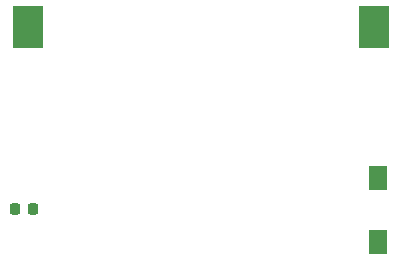
<source format=gbp>
G04 #@! TF.GenerationSoftware,KiCad,Pcbnew,(6.0.9)*
G04 #@! TF.CreationDate,2022-11-24T22:46:59+01:00*
G04 #@! TF.ProjectId,telinksensor-hw,74656c69-6e6b-4736-956e-736f722d6877,rev?*
G04 #@! TF.SameCoordinates,Original*
G04 #@! TF.FileFunction,Paste,Bot*
G04 #@! TF.FilePolarity,Positive*
%FSLAX46Y46*%
G04 Gerber Fmt 4.6, Leading zero omitted, Abs format (unit mm)*
G04 Created by KiCad (PCBNEW (6.0.9)) date 2022-11-24 22:46:59*
%MOMM*%
%LPD*%
G01*
G04 APERTURE LIST*
G04 Aperture macros list*
%AMRoundRect*
0 Rectangle with rounded corners*
0 $1 Rounding radius*
0 $2 $3 $4 $5 $6 $7 $8 $9 X,Y pos of 4 corners*
0 Add a 4 corners polygon primitive as box body*
4,1,4,$2,$3,$4,$5,$6,$7,$8,$9,$2,$3,0*
0 Add four circle primitives for the rounded corners*
1,1,$1+$1,$2,$3*
1,1,$1+$1,$4,$5*
1,1,$1+$1,$6,$7*
1,1,$1+$1,$8,$9*
0 Add four rect primitives between the rounded corners*
20,1,$1+$1,$2,$3,$4,$5,0*
20,1,$1+$1,$4,$5,$6,$7,0*
20,1,$1+$1,$6,$7,$8,$9,0*
20,1,$1+$1,$8,$9,$2,$3,0*%
G04 Aperture macros list end*
%ADD10R,1.600000X2.000000*%
%ADD11R,2.600000X3.600000*%
%ADD12RoundRect,0.218750X0.218750X0.256250X-0.218750X0.256250X-0.218750X-0.256250X0.218750X-0.256250X0*%
G04 APERTURE END LIST*
D10*
X180900000Y-115600000D03*
X180900000Y-110200000D03*
D11*
X180550000Y-97400000D03*
X151250000Y-97400000D03*
D12*
X151686991Y-112800000D03*
X150111991Y-112800000D03*
M02*

</source>
